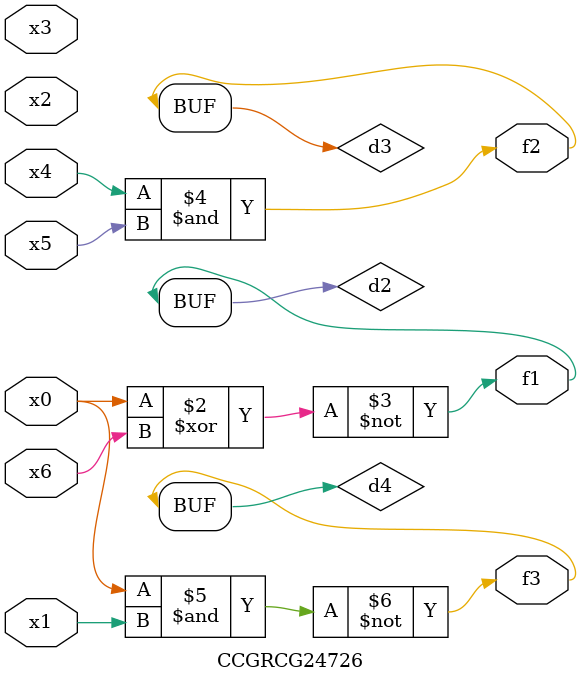
<source format=v>
module CCGRCG24726(
	input x0, x1, x2, x3, x4, x5, x6,
	output f1, f2, f3
);

	wire d1, d2, d3, d4;

	nor (d1, x0);
	xnor (d2, x0, x6);
	and (d3, x4, x5);
	nand (d4, x0, x1);
	assign f1 = d2;
	assign f2 = d3;
	assign f3 = d4;
endmodule

</source>
